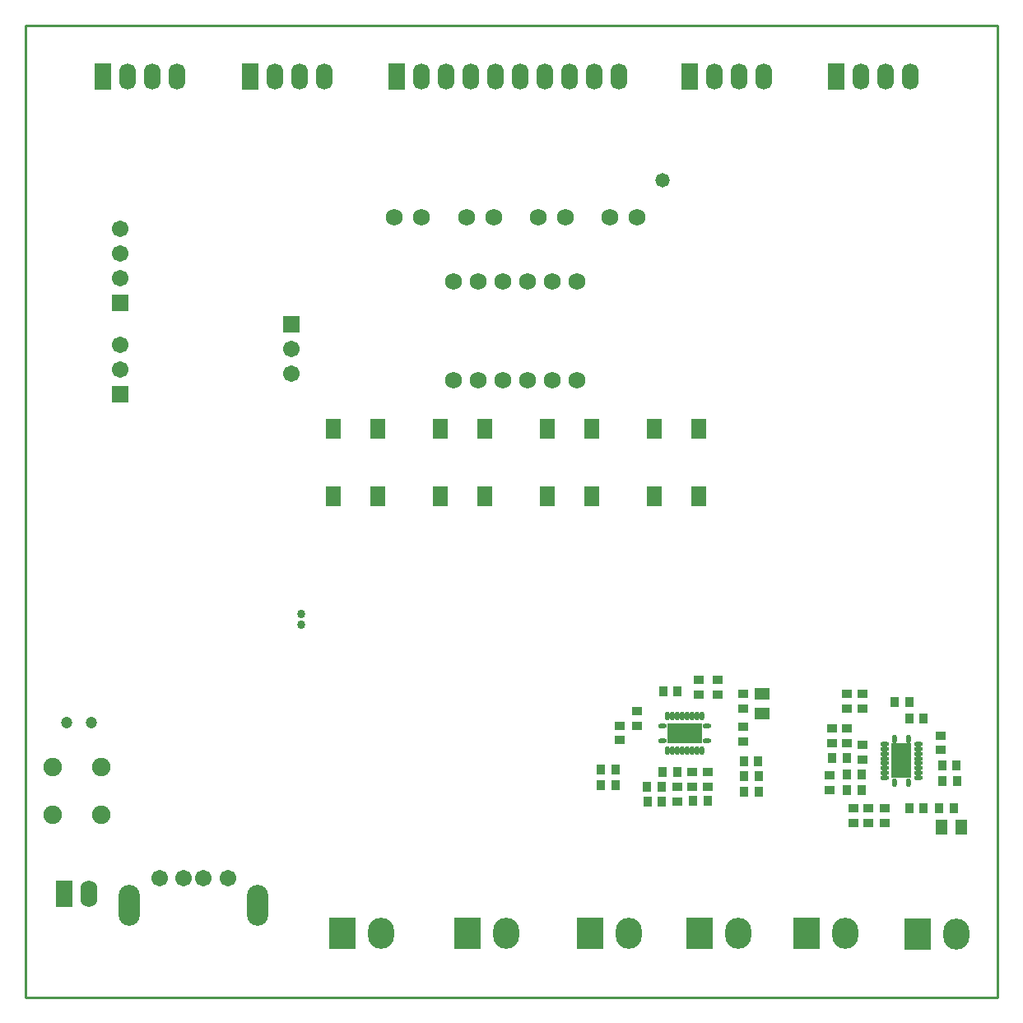
<source format=gbs>
%FSLAX25Y25*%
%MOIN*%
G70*
G01*
G75*
G04 Layer_Color=16711935*
%ADD10R,0.02559X0.05315*%
%ADD11R,0.14410X0.09843*%
%ADD12R,0.14410X0.07874*%
%ADD13R,0.01969X0.06299*%
%ADD14R,0.03543X0.02126*%
%ADD15R,0.09843X0.14410*%
%ADD16R,0.07874X0.14410*%
%ADD17R,0.06299X0.01969*%
%ADD18R,0.02126X0.03543*%
%ADD19R,0.03937X0.05118*%
%ADD20R,0.05118X0.03937*%
%ADD21R,0.05000X0.06000*%
%ADD22O,0.05906X0.03150*%
%ADD23R,0.04000X0.01969*%
%ADD24R,0.10000X0.07500*%
%ADD25O,0.09843X0.05906*%
%ADD26R,0.08661X0.07087*%
%ADD27R,0.09843X0.15748*%
%ADD28R,0.08000X0.02400*%
%ADD29O,0.08000X0.02400*%
%ADD30R,0.09449X0.08268*%
%ADD31R,0.07874X0.07874*%
%ADD32R,0.03347X0.02756*%
%ADD33R,0.02756X0.03347*%
%ADD34R,0.07087X0.03937*%
%ADD35R,0.03937X0.10630*%
%ADD36R,0.10630X0.03937*%
%ADD37R,0.03937X0.02362*%
%ADD38R,0.02362X0.03937*%
%ADD39O,0.00984X0.04724*%
%ADD40O,0.04724X0.00984*%
%ADD41O,0.04724X0.01772*%
%ADD42O,0.01772X0.04724*%
%ADD43R,0.04724X0.01772*%
%ADD44O,0.03543X0.01969*%
%ADD45R,0.03543X0.01969*%
%ADD46O,0.03543X0.01969*%
%ADD47R,0.17716X0.15748*%
%ADD48R,0.15748X0.17716*%
%ADD49R,0.27953X0.21654*%
%ADD50R,0.08268X0.03937*%
%ADD51R,0.07559X0.25590*%
%ADD52R,0.21654X0.25197*%
%ADD53R,0.03937X0.10827*%
%ADD54O,0.06299X0.01772*%
%ADD55R,0.08071X0.09055*%
%ADD56C,0.01000*%
%ADD57C,0.00800*%
%ADD58C,0.02000*%
%ADD59C,0.01200*%
%ADD60C,0.03000*%
%ADD61C,0.04000*%
%ADD62C,0.03500*%
%ADD63C,0.06000*%
%ADD64C,0.01500*%
%ADD65C,0.10000*%
%ADD66C,0.08000*%
%ADD67R,0.14500X0.04200*%
%ADD68R,0.04100X0.17800*%
%ADD69R,0.17100X0.04200*%
%ADD70R,0.04400X0.22500*%
%ADD71R,0.04100X0.19500*%
%ADD72R,0.16800X0.04200*%
%ADD73R,0.02437X0.03577*%
%ADD74R,0.23300X0.07400*%
%ADD75R,0.16351X0.07500*%
%ADD76R,0.55500X0.04751*%
%ADD77R,0.07912X0.15875*%
%ADD78R,0.05600X0.05100*%
%ADD79R,0.40000X0.08400*%
%ADD80R,0.28400X0.16700*%
%ADD81R,0.07300X0.03700*%
%ADD82R,0.08300X0.49900*%
%ADD83R,0.03900X0.06100*%
%ADD84R,0.08664X0.44500*%
%ADD85R,0.16500X0.07900*%
%ADD86R,0.06000X0.16300*%
%ADD87R,0.23600X0.17400*%
%ADD88R,0.25624X0.17093*%
%ADD89R,0.24100X0.17400*%
%ADD90C,0.06000*%
%ADD91O,0.06000X0.10000*%
%ADD92R,0.06000X0.10000*%
%ADD93O,0.05906X0.09843*%
%ADD94R,0.05906X0.09843*%
%ADD95C,0.06693*%
%ADD96R,0.05906X0.05906*%
%ADD97C,0.05906*%
%ADD98C,0.03937*%
%ADD99O,0.07874X0.15748*%
%ADD100O,0.09843X0.11811*%
%ADD101R,0.09843X0.11811*%
%ADD102C,0.02000*%
%ADD103C,0.03000*%
%ADD104C,0.04000*%
%ADD105C,0.05000*%
%ADD106C,0.02598*%
%ADD107R,0.05512X0.07087*%
%ADD108R,0.13386X0.07087*%
%ADD109O,0.02756X0.01181*%
%ADD110O,0.01181X0.02756*%
%ADD111R,0.07087X0.13386*%
%ADD112R,0.15900X0.03600*%
%ADD113R,0.05800X0.21700*%
%ADD114R,0.17600X0.04300*%
%ADD115R,0.04400X0.22100*%
%ADD116R,0.03084X0.06973*%
%ADD117R,0.10427X0.02514*%
%ADD118R,0.12200X0.03500*%
%ADD119R,0.08500X0.07122*%
%ADD120R,0.21373X0.05490*%
%ADD121R,0.03200X0.06000*%
%ADD122R,0.02900X0.13700*%
%ADD123R,0.22500X1.19600*%
%ADD124R,0.29000X0.26900*%
%ADD125C,0.00394*%
%ADD126C,0.00500*%
%ADD127C,0.00984*%
%ADD128C,0.00787*%
%ADD129C,0.00591*%
%ADD130R,0.04724X0.02756*%
%ADD131R,0.01968X0.03543*%
%ADD132R,0.03359X0.06115*%
%ADD133R,0.15210X0.10642*%
%ADD134R,0.15210X0.08674*%
%ADD135R,0.02769X0.07099*%
%ADD136R,0.04343X0.02926*%
%ADD137R,0.10642X0.15210*%
%ADD138R,0.08674X0.15210*%
%ADD139R,0.07099X0.02769*%
%ADD140R,0.02926X0.04343*%
%ADD141R,0.04737X0.05918*%
%ADD142R,0.05918X0.04737*%
%ADD143R,0.05800X0.06800*%
%ADD144O,0.06706X0.03950*%
%ADD145R,0.04800X0.02769*%
%ADD146R,0.10800X0.08300*%
%ADD147O,0.10642X0.06706*%
%ADD148R,0.09461X0.07887*%
%ADD149R,0.10642X0.16548*%
%ADD150R,0.08800X0.03200*%
%ADD151O,0.08800X0.03200*%
%ADD152R,0.10249X0.09068*%
%ADD153R,0.08674X0.08674*%
%ADD154R,0.04147X0.03556*%
%ADD155R,0.03556X0.04147*%
%ADD156R,0.07887X0.04737*%
%ADD157R,0.04737X0.11430*%
%ADD158R,0.11430X0.04737*%
%ADD159R,0.04737X0.03162*%
%ADD160R,0.03162X0.04737*%
%ADD161O,0.01784X0.05524*%
%ADD162O,0.05524X0.01784*%
%ADD163O,0.05524X0.02572*%
%ADD164O,0.02572X0.05524*%
%ADD165R,0.05524X0.02572*%
%ADD166O,0.04343X0.02769*%
%ADD167R,0.04343X0.02769*%
%ADD168O,0.04343X0.02769*%
%ADD169R,0.18517X0.16548*%
%ADD170R,0.16548X0.18517*%
%ADD171R,0.28753X0.22453*%
%ADD172R,0.09068X0.04737*%
%ADD173R,0.08359X0.26391*%
%ADD174R,0.22453X0.25997*%
%ADD175R,0.04737X0.11627*%
%ADD176O,0.07099X0.02572*%
%ADD177R,0.08871X0.09855*%
%ADD178C,0.06800*%
%ADD179O,0.06800X0.10800*%
%ADD180R,0.06800X0.10800*%
%ADD181O,0.06706X0.10642*%
%ADD182R,0.06706X0.10642*%
%ADD183C,0.07493*%
%ADD184R,0.06706X0.06706*%
%ADD185C,0.06706*%
%ADD186C,0.04737*%
%ADD187O,0.08674X0.16548*%
%ADD188O,0.10642X0.12611*%
%ADD189R,0.10642X0.12611*%
%ADD190C,0.05800*%
%ADD191R,0.06312X0.07887*%
%ADD192R,0.14186X0.07887*%
%ADD193O,0.03556X0.01981*%
%ADD194O,0.01981X0.03556*%
%ADD195R,0.07887X0.14186*%
%ADD196C,0.03398*%
D56*
X311024Y-393701D02*
Y0D01*
X-82677Y-393701D02*
X311024D01*
X-82677D02*
Y0D01*
X311024D01*
D141*
X296174Y-324700D02*
D03*
X288300D02*
D03*
D142*
X215600Y-270826D02*
D03*
Y-278700D02*
D03*
D154*
X187300Y-308400D02*
D03*
Y-302495D02*
D03*
X193600Y-308405D02*
D03*
Y-302500D02*
D03*
X252600Y-323106D02*
D03*
Y-317200D02*
D03*
X157800Y-283594D02*
D03*
Y-289500D02*
D03*
X208100Y-284095D02*
D03*
Y-290000D02*
D03*
X197500Y-271006D02*
D03*
Y-265100D02*
D03*
X288100Y-287595D02*
D03*
Y-293500D02*
D03*
X250000Y-284894D02*
D03*
Y-290800D02*
D03*
X249800Y-276600D02*
D03*
Y-270694D02*
D03*
X265300Y-323100D02*
D03*
Y-317195D02*
D03*
X258700Y-323000D02*
D03*
Y-317094D02*
D03*
X244100Y-290800D02*
D03*
Y-284894D02*
D03*
X256400Y-297400D02*
D03*
Y-291494D02*
D03*
X256200Y-276800D02*
D03*
Y-270895D02*
D03*
X243100Y-303900D02*
D03*
Y-309805D02*
D03*
X208100Y-270900D02*
D03*
Y-276805D02*
D03*
X190000Y-265200D02*
D03*
Y-271106D02*
D03*
X164800Y-277700D02*
D03*
Y-283606D02*
D03*
X181200Y-314295D02*
D03*
Y-308389D02*
D03*
D155*
X281105Y-317000D02*
D03*
X275200D02*
D03*
X168994Y-308395D02*
D03*
X174900D02*
D03*
X175495Y-269800D02*
D03*
X181400D02*
D03*
X288595Y-306000D02*
D03*
X294500D02*
D03*
X275205Y-274100D02*
D03*
X269300D02*
D03*
X249994Y-309800D02*
D03*
X255900D02*
D03*
X249994Y-303400D02*
D03*
X255900D02*
D03*
X214206Y-310400D02*
D03*
X208300D02*
D03*
X244100Y-296600D02*
D03*
X250006D02*
D03*
X281100Y-280800D02*
D03*
X275195D02*
D03*
X294400Y-299700D02*
D03*
X288494D02*
D03*
X293200Y-317000D02*
D03*
X287295D02*
D03*
X156200Y-301400D02*
D03*
X150294D02*
D03*
X156200Y-307900D02*
D03*
X150294D02*
D03*
X187700Y-314094D02*
D03*
X193605D02*
D03*
X181200Y-302495D02*
D03*
X175294D02*
D03*
X175100Y-314494D02*
D03*
X169194D02*
D03*
X214300Y-304200D02*
D03*
X208395D02*
D03*
X214100Y-298200D02*
D03*
X208194D02*
D03*
D178*
X154074Y-77837D02*
D03*
X165074D02*
D03*
X124940D02*
D03*
X135940D02*
D03*
X95806D02*
D03*
X106806D02*
D03*
X66672D02*
D03*
X77672D02*
D03*
X120649Y-103900D02*
D03*
X110649D02*
D03*
X100649D02*
D03*
X130649D02*
D03*
X90649D02*
D03*
X140649D02*
D03*
X120649Y-143900D02*
D03*
X110649D02*
D03*
X100649D02*
D03*
X90649D02*
D03*
X130649D02*
D03*
X140649D02*
D03*
D179*
X-57200Y-351900D02*
D03*
D180*
X-67200D02*
D03*
D181*
X255700Y-20700D02*
D03*
X275700D02*
D03*
X265700D02*
D03*
X196300D02*
D03*
X216300D02*
D03*
X206300D02*
D03*
X127500D02*
D03*
X137500D02*
D03*
X147500D02*
D03*
X157500D02*
D03*
X117500D02*
D03*
X107500D02*
D03*
X77500D02*
D03*
X97500D02*
D03*
X87500D02*
D03*
X-31500D02*
D03*
X-21500D02*
D03*
X-41500D02*
D03*
X28200D02*
D03*
X38200D02*
D03*
X18200D02*
D03*
D182*
X245700D02*
D03*
X186300D02*
D03*
X67500D02*
D03*
X-51500D02*
D03*
X8200D02*
D03*
D183*
X-71800Y-319900D02*
D03*
X-52115D02*
D03*
X-71800Y-300400D02*
D03*
X-52115D02*
D03*
D184*
X25000Y-121000D02*
D03*
X-44500Y-112300D02*
D03*
X-44300Y-149500D02*
D03*
D185*
X25000Y-131000D02*
D03*
Y-141000D02*
D03*
X-44500Y-82300D02*
D03*
Y-92300D02*
D03*
Y-102300D02*
D03*
X-44300Y-139500D02*
D03*
Y-129500D02*
D03*
X-841Y-345300D02*
D03*
X-10684D02*
D03*
X-18557D02*
D03*
X-28400D02*
D03*
D186*
X-66000Y-282400D02*
D03*
X-56000D02*
D03*
D187*
X11364Y-356324D02*
D03*
X-40605D02*
D03*
D188*
X294300Y-368000D02*
D03*
X205900Y-367700D02*
D03*
X249200Y-367800D02*
D03*
X161500Y-367700D02*
D03*
X112000D02*
D03*
X61300Y-367800D02*
D03*
D189*
X278709Y-368000D02*
D03*
X190309Y-367700D02*
D03*
X233609Y-367800D02*
D03*
X145909Y-367700D02*
D03*
X96409D02*
D03*
X45709Y-367800D02*
D03*
D190*
X175400Y-62900D02*
D03*
D191*
X128570Y-163270D02*
D03*
Y-190829D02*
D03*
X146483Y-163270D02*
D03*
Y-190829D02*
D03*
X85263Y-163270D02*
D03*
Y-190829D02*
D03*
X103176Y-163270D02*
D03*
Y-190829D02*
D03*
X41956Y-163270D02*
D03*
Y-190829D02*
D03*
X59869Y-163270D02*
D03*
Y-190829D02*
D03*
X171877Y-163270D02*
D03*
Y-190829D02*
D03*
X189790Y-163270D02*
D03*
Y-190829D02*
D03*
D192*
X184300Y-286700D02*
D03*
D193*
X193158Y-289653D02*
D03*
Y-283747D02*
D03*
X175442D02*
D03*
Y-289653D02*
D03*
X278990Y-304790D02*
D03*
Y-302821D02*
D03*
Y-300853D02*
D03*
Y-298884D02*
D03*
Y-296916D02*
D03*
Y-294947D02*
D03*
Y-292979D02*
D03*
Y-291010D02*
D03*
X265210D02*
D03*
Y-292979D02*
D03*
Y-294947D02*
D03*
Y-296916D02*
D03*
Y-298884D02*
D03*
Y-300853D02*
D03*
Y-302821D02*
D03*
Y-304790D02*
D03*
D194*
X191190Y-279810D02*
D03*
X189221D02*
D03*
X187253D02*
D03*
X185284D02*
D03*
X183316D02*
D03*
X181347D02*
D03*
X179379D02*
D03*
X177410D02*
D03*
Y-293590D02*
D03*
X179379D02*
D03*
X181347D02*
D03*
X183316D02*
D03*
X185284D02*
D03*
X187253D02*
D03*
X189221D02*
D03*
X191190D02*
D03*
X269147Y-306758D02*
D03*
X275053D02*
D03*
Y-289042D02*
D03*
X269147D02*
D03*
D195*
X272100Y-297900D02*
D03*
D196*
X28900Y-238500D02*
D03*
X28800Y-242900D02*
D03*
M02*

</source>
